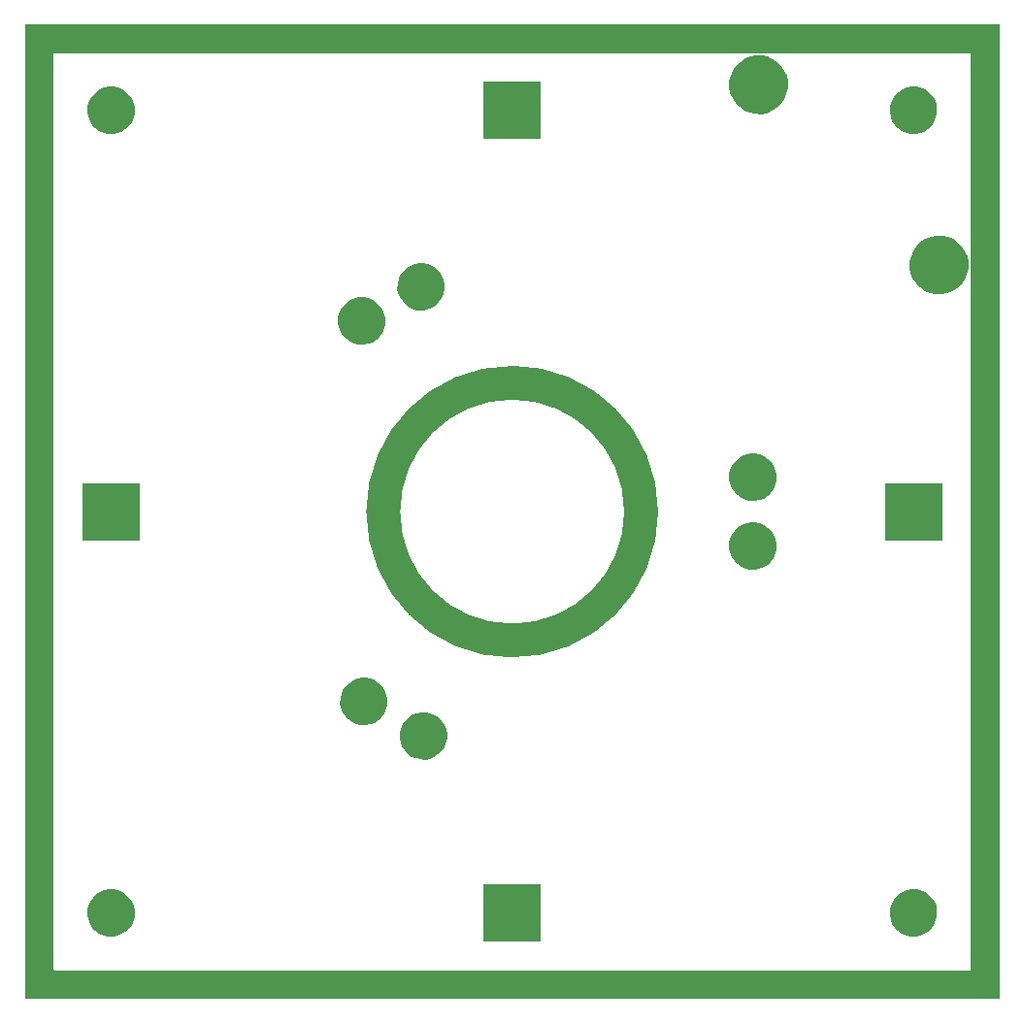
<source format=gbs>
G04 #@! TF.FileFunction,Soldermask,Bot*
%FSLAX46Y46*%
G04 Gerber Fmt 4.6, Leading zero omitted, Abs format (unit mm)*
G04 Created by KiCad (PCBNEW 4.0.2+dfsg1-stable) date fre  9 dec 2016 10:59:23*
%MOMM*%
G01*
G04 APERTURE LIST*
%ADD10C,0.100000*%
%ADD11C,3.000000*%
G04 APERTURE END LIST*
D10*
D11*
X111250000Y-100000000D02*
G75*
G03X111250000Y-100000000I-11250000J0D01*
G01*
D10*
G36*
X142500000Y-142500000D02*
X60040592Y-142500000D01*
X60023180Y-142502474D01*
X60006769Y-142509943D01*
X60000000Y-142514299D01*
X60000000Y-142515778D01*
X57500000Y-142515778D01*
X57500000Y-60062500D01*
X60000000Y-60062500D01*
X60000000Y-139937500D01*
X60002474Y-139954912D01*
X60009702Y-139970945D01*
X60021110Y-139984331D01*
X60035795Y-139994008D01*
X60052595Y-139999210D01*
X60062500Y-140000000D01*
X139937500Y-140000000D01*
X139954912Y-139997526D01*
X139970945Y-139990298D01*
X139984331Y-139978890D01*
X139994008Y-139964205D01*
X139999210Y-139947405D01*
X140000000Y-139937500D01*
X140000000Y-60062500D01*
X139997526Y-60045088D01*
X139990298Y-60029055D01*
X139978890Y-60015669D01*
X139964205Y-60005992D01*
X139947405Y-60000790D01*
X139937500Y-60000000D01*
X60062500Y-60000000D01*
X60045088Y-60002474D01*
X60029055Y-60009702D01*
X60015669Y-60021110D01*
X60005992Y-60035795D01*
X60000790Y-60052595D01*
X60000000Y-60062500D01*
X57500000Y-60062500D01*
X57500000Y-57500000D01*
X142500000Y-57500000D01*
X142500000Y-142500000D01*
X142500000Y-142500000D01*
G37*
G36*
X102500000Y-137500000D02*
X97500000Y-137500000D01*
X97500000Y-132500000D01*
X102500000Y-132500000D01*
X102500000Y-137500000D01*
X102500000Y-137500000D01*
G37*
G36*
X65216581Y-132939370D02*
X65612701Y-133020682D01*
X65985481Y-133177384D01*
X66320731Y-133403513D01*
X66605669Y-133690447D01*
X66829451Y-134027266D01*
X66983547Y-134401130D01*
X67062006Y-134797379D01*
X67062006Y-134797395D01*
X67062088Y-134797810D01*
X67055639Y-135259688D01*
X67055545Y-135260101D01*
X67055545Y-135260117D01*
X66966053Y-135654017D01*
X66801576Y-136023437D01*
X66568478Y-136353876D01*
X66275640Y-136632742D01*
X65934207Y-136849421D01*
X65557195Y-136995655D01*
X65158961Y-137065874D01*
X64754671Y-137057405D01*
X64359725Y-136970570D01*
X63989165Y-136808677D01*
X63657108Y-136577891D01*
X63376202Y-136287005D01*
X63157148Y-135947100D01*
X63008284Y-135571113D01*
X62935287Y-135173381D01*
X62940932Y-134769037D01*
X63025008Y-134373496D01*
X63184309Y-134001817D01*
X63412771Y-133668158D01*
X63701690Y-133385227D01*
X64040061Y-133163803D01*
X64414994Y-133012321D01*
X64812213Y-132936547D01*
X65216581Y-132939370D01*
X65216581Y-132939370D01*
G37*
G36*
X135216581Y-132939370D02*
X135612701Y-133020682D01*
X135985481Y-133177384D01*
X136320731Y-133403513D01*
X136605669Y-133690447D01*
X136829451Y-134027266D01*
X136983547Y-134401130D01*
X137062006Y-134797379D01*
X137062006Y-134797395D01*
X137062088Y-134797810D01*
X137055639Y-135259688D01*
X137055545Y-135260101D01*
X137055545Y-135260117D01*
X136966053Y-135654017D01*
X136801576Y-136023437D01*
X136568478Y-136353876D01*
X136275640Y-136632742D01*
X135934207Y-136849421D01*
X135557195Y-136995655D01*
X135158961Y-137065874D01*
X134754671Y-137057405D01*
X134359725Y-136970570D01*
X133989165Y-136808677D01*
X133657108Y-136577891D01*
X133376202Y-136287005D01*
X133157148Y-135947100D01*
X133008284Y-135571113D01*
X132935287Y-135173381D01*
X132940932Y-134769037D01*
X133025008Y-134373496D01*
X133184309Y-134001817D01*
X133412771Y-133668158D01*
X133701690Y-133385227D01*
X134040061Y-133163803D01*
X134414994Y-133012321D01*
X134812213Y-132936547D01*
X135216581Y-132939370D01*
X135216581Y-132939370D01*
G37*
G36*
X92474911Y-117501548D02*
X92871031Y-117582860D01*
X93243811Y-117739562D01*
X93579061Y-117965691D01*
X93863999Y-118252625D01*
X94087781Y-118589444D01*
X94241877Y-118963308D01*
X94320336Y-119359557D01*
X94320336Y-119359573D01*
X94320418Y-119359988D01*
X94313969Y-119821866D01*
X94313875Y-119822279D01*
X94313875Y-119822295D01*
X94224383Y-120216195D01*
X94059906Y-120585615D01*
X93826808Y-120916054D01*
X93533970Y-121194920D01*
X93192537Y-121411599D01*
X92815525Y-121557833D01*
X92417291Y-121628052D01*
X92013001Y-121619583D01*
X91618055Y-121532748D01*
X91247495Y-121370855D01*
X90915438Y-121140069D01*
X90634532Y-120849183D01*
X90415478Y-120509278D01*
X90266614Y-120133291D01*
X90193617Y-119735559D01*
X90199262Y-119331215D01*
X90283338Y-118935674D01*
X90442639Y-118563995D01*
X90671101Y-118230336D01*
X90960020Y-117947405D01*
X91298391Y-117725981D01*
X91673324Y-117574499D01*
X92070543Y-117498725D01*
X92474911Y-117501548D01*
X92474911Y-117501548D01*
G37*
G36*
X87278759Y-114501548D02*
X87674879Y-114582860D01*
X88047659Y-114739562D01*
X88382909Y-114965691D01*
X88667847Y-115252625D01*
X88891629Y-115589444D01*
X89045725Y-115963308D01*
X89124184Y-116359557D01*
X89124184Y-116359573D01*
X89124266Y-116359988D01*
X89117817Y-116821866D01*
X89117723Y-116822279D01*
X89117723Y-116822295D01*
X89028231Y-117216195D01*
X88863754Y-117585615D01*
X88630656Y-117916054D01*
X88337818Y-118194920D01*
X87996385Y-118411599D01*
X87619373Y-118557833D01*
X87221139Y-118628052D01*
X86816849Y-118619583D01*
X86421903Y-118532748D01*
X86051343Y-118370855D01*
X85719286Y-118140069D01*
X85438380Y-117849183D01*
X85219326Y-117509278D01*
X85070462Y-117133291D01*
X84997465Y-116735559D01*
X85003110Y-116331215D01*
X85087186Y-115935674D01*
X85246487Y-115563995D01*
X85474949Y-115230336D01*
X85763868Y-114947405D01*
X86102239Y-114725981D01*
X86477172Y-114574499D01*
X86874391Y-114498725D01*
X87278759Y-114501548D01*
X87278759Y-114501548D01*
G37*
G36*
X121216581Y-100939370D02*
X121612701Y-101020682D01*
X121985481Y-101177384D01*
X122320731Y-101403513D01*
X122605669Y-101690447D01*
X122829451Y-102027266D01*
X122983547Y-102401130D01*
X123062006Y-102797379D01*
X123062006Y-102797395D01*
X123062088Y-102797810D01*
X123055639Y-103259688D01*
X123055545Y-103260101D01*
X123055545Y-103260117D01*
X122966053Y-103654017D01*
X122801576Y-104023437D01*
X122568478Y-104353876D01*
X122275640Y-104632742D01*
X121934207Y-104849421D01*
X121557195Y-104995655D01*
X121158961Y-105065874D01*
X120754671Y-105057405D01*
X120359725Y-104970570D01*
X119989165Y-104808677D01*
X119657108Y-104577891D01*
X119376202Y-104287005D01*
X119157148Y-103947100D01*
X119008284Y-103571113D01*
X118935287Y-103173381D01*
X118940932Y-102769037D01*
X119025008Y-102373496D01*
X119184309Y-102001817D01*
X119412771Y-101668158D01*
X119701690Y-101385227D01*
X120040061Y-101163803D01*
X120414994Y-101012321D01*
X120812213Y-100936547D01*
X121216581Y-100939370D01*
X121216581Y-100939370D01*
G37*
G36*
X137500000Y-102500000D02*
X132500000Y-102500000D01*
X132500000Y-97500000D01*
X137500000Y-97500000D01*
X137500000Y-102500000D01*
X137500000Y-102500000D01*
G37*
G36*
X67500000Y-102500000D02*
X62500000Y-102500000D01*
X62500000Y-97500000D01*
X67500000Y-97500000D01*
X67500000Y-102500000D01*
X67500000Y-102500000D01*
G37*
G36*
X121216581Y-94939370D02*
X121612701Y-95020682D01*
X121985481Y-95177384D01*
X122320731Y-95403513D01*
X122605669Y-95690447D01*
X122829451Y-96027266D01*
X122983547Y-96401130D01*
X123062006Y-96797379D01*
X123062006Y-96797395D01*
X123062088Y-96797810D01*
X123055639Y-97259688D01*
X123055545Y-97260101D01*
X123055545Y-97260117D01*
X122966053Y-97654017D01*
X122801576Y-98023437D01*
X122568478Y-98353876D01*
X122275640Y-98632742D01*
X121934207Y-98849421D01*
X121557195Y-98995655D01*
X121158961Y-99065874D01*
X120754671Y-99057405D01*
X120359725Y-98970570D01*
X119989165Y-98808677D01*
X119657108Y-98577891D01*
X119376202Y-98287005D01*
X119157148Y-97947100D01*
X119008284Y-97571113D01*
X118935287Y-97173381D01*
X118940932Y-96769037D01*
X119025008Y-96373496D01*
X119184309Y-96001817D01*
X119412771Y-95668158D01*
X119701690Y-95385227D01*
X120040061Y-95163803D01*
X120414994Y-95012321D01*
X120812213Y-94936547D01*
X121216581Y-94939370D01*
X121216581Y-94939370D01*
G37*
G36*
X87074276Y-81310205D02*
X87470396Y-81391517D01*
X87843176Y-81548219D01*
X88178426Y-81774348D01*
X88463364Y-82061282D01*
X88687146Y-82398101D01*
X88841242Y-82771965D01*
X88919701Y-83168214D01*
X88919701Y-83168230D01*
X88919783Y-83168645D01*
X88913334Y-83630523D01*
X88913240Y-83630936D01*
X88913240Y-83630952D01*
X88823748Y-84024852D01*
X88659271Y-84394272D01*
X88426173Y-84724711D01*
X88133335Y-85003577D01*
X87791902Y-85220256D01*
X87414890Y-85366490D01*
X87016656Y-85436709D01*
X86612366Y-85428240D01*
X86217420Y-85341405D01*
X85846860Y-85179512D01*
X85514803Y-84948726D01*
X85233897Y-84657840D01*
X85014843Y-84317935D01*
X84865979Y-83941948D01*
X84792982Y-83544216D01*
X84798627Y-83139872D01*
X84882703Y-82744331D01*
X85042004Y-82372652D01*
X85270466Y-82038993D01*
X85559385Y-81756062D01*
X85897756Y-81534638D01*
X86272689Y-81383156D01*
X86669908Y-81307382D01*
X87074276Y-81310205D01*
X87074276Y-81310205D01*
G37*
G36*
X92270429Y-78310205D02*
X92666549Y-78391517D01*
X93039329Y-78548219D01*
X93374579Y-78774348D01*
X93659517Y-79061282D01*
X93883299Y-79398101D01*
X94037395Y-79771965D01*
X94115854Y-80168214D01*
X94115854Y-80168230D01*
X94115936Y-80168645D01*
X94109487Y-80630523D01*
X94109393Y-80630936D01*
X94109393Y-80630952D01*
X94019901Y-81024852D01*
X93855424Y-81394272D01*
X93622326Y-81724711D01*
X93329488Y-82003577D01*
X92988055Y-82220256D01*
X92611043Y-82366490D01*
X92212809Y-82436709D01*
X91808519Y-82428240D01*
X91413573Y-82341405D01*
X91043013Y-82179512D01*
X90710956Y-81948726D01*
X90430050Y-81657840D01*
X90210996Y-81317935D01*
X90062132Y-80941948D01*
X89989135Y-80544216D01*
X89994780Y-80139872D01*
X90078856Y-79744331D01*
X90238157Y-79372652D01*
X90466619Y-79038993D01*
X90755538Y-78756062D01*
X91093909Y-78534638D01*
X91468842Y-78383156D01*
X91866061Y-78307382D01*
X92270429Y-78310205D01*
X92270429Y-78310205D01*
G37*
G36*
X137508190Y-75939703D02*
X138000362Y-76040731D01*
X138463536Y-76235432D01*
X138880077Y-76516392D01*
X139234108Y-76872903D01*
X139512153Y-77291395D01*
X139703614Y-77755915D01*
X139801119Y-78248351D01*
X139801119Y-78248368D01*
X139801201Y-78248783D01*
X139793188Y-78822657D01*
X139793094Y-78823070D01*
X139793094Y-78823087D01*
X139681878Y-79312606D01*
X139477519Y-79771603D01*
X139187899Y-80182166D01*
X138824052Y-80528653D01*
X138399829Y-80797873D01*
X137931397Y-80979566D01*
X137436598Y-81066813D01*
X136934274Y-81056290D01*
X136443561Y-80948399D01*
X135983147Y-80747249D01*
X135570572Y-80460502D01*
X135221551Y-80099081D01*
X134949380Y-79676754D01*
X134764420Y-79209599D01*
X134673722Y-78715422D01*
X134680736Y-78213033D01*
X134785199Y-77721579D01*
X134983128Y-77259775D01*
X135266987Y-76845209D01*
X135625964Y-76493673D01*
X136046384Y-76218558D01*
X136512232Y-76030343D01*
X137005770Y-75936196D01*
X137508190Y-75939703D01*
X137508190Y-75939703D01*
G37*
G36*
X102500000Y-67500000D02*
X97500000Y-67500000D01*
X97500000Y-62500000D01*
X102500000Y-62500000D01*
X102500000Y-67500000D01*
X102500000Y-67500000D01*
G37*
G36*
X135216581Y-62939370D02*
X135612701Y-63020682D01*
X135985481Y-63177384D01*
X136320731Y-63403513D01*
X136605669Y-63690447D01*
X136829451Y-64027266D01*
X136983547Y-64401130D01*
X137062006Y-64797379D01*
X137062006Y-64797395D01*
X137062088Y-64797810D01*
X137055639Y-65259688D01*
X137055545Y-65260101D01*
X137055545Y-65260117D01*
X136966053Y-65654017D01*
X136801576Y-66023437D01*
X136568478Y-66353876D01*
X136275640Y-66632742D01*
X135934207Y-66849421D01*
X135557195Y-66995655D01*
X135158961Y-67065874D01*
X134754671Y-67057405D01*
X134359725Y-66970570D01*
X133989165Y-66808677D01*
X133657108Y-66577891D01*
X133376202Y-66287005D01*
X133157148Y-65947100D01*
X133008284Y-65571113D01*
X132935287Y-65173381D01*
X132940932Y-64769037D01*
X133025008Y-64373496D01*
X133184309Y-64001817D01*
X133412771Y-63668158D01*
X133701690Y-63385227D01*
X134040061Y-63163803D01*
X134414994Y-63012321D01*
X134812213Y-62936547D01*
X135216581Y-62939370D01*
X135216581Y-62939370D01*
G37*
G36*
X65216581Y-62939370D02*
X65612701Y-63020682D01*
X65985481Y-63177384D01*
X66320731Y-63403513D01*
X66605669Y-63690447D01*
X66829451Y-64027266D01*
X66983547Y-64401130D01*
X67062006Y-64797379D01*
X67062006Y-64797395D01*
X67062088Y-64797810D01*
X67055639Y-65259688D01*
X67055545Y-65260101D01*
X67055545Y-65260117D01*
X66966053Y-65654017D01*
X66801576Y-66023437D01*
X66568478Y-66353876D01*
X66275640Y-66632742D01*
X65934207Y-66849421D01*
X65557195Y-66995655D01*
X65158961Y-67065874D01*
X64754671Y-67057405D01*
X64359725Y-66970570D01*
X63989165Y-66808677D01*
X63657108Y-66577891D01*
X63376202Y-66287005D01*
X63157148Y-65947100D01*
X63008284Y-65571113D01*
X62935287Y-65173381D01*
X62940932Y-64769037D01*
X63025008Y-64373496D01*
X63184309Y-64001817D01*
X63412771Y-63668158D01*
X63701690Y-63385227D01*
X64040061Y-63163803D01*
X64414994Y-63012321D01*
X64812213Y-62936547D01*
X65216581Y-62939370D01*
X65216581Y-62939370D01*
G37*
G36*
X121769098Y-60200611D02*
X122261270Y-60301639D01*
X122724444Y-60496340D01*
X123140985Y-60777300D01*
X123495016Y-61133811D01*
X123773061Y-61552303D01*
X123964522Y-62016823D01*
X124062027Y-62509259D01*
X124062027Y-62509276D01*
X124062109Y-62509691D01*
X124054096Y-63083565D01*
X124054002Y-63083978D01*
X124054002Y-63083995D01*
X123942786Y-63573514D01*
X123738427Y-64032511D01*
X123448807Y-64443074D01*
X123084960Y-64789561D01*
X122660737Y-65058781D01*
X122192305Y-65240474D01*
X121697506Y-65327721D01*
X121195182Y-65317198D01*
X120704469Y-65209307D01*
X120244055Y-65008157D01*
X119831480Y-64721410D01*
X119482459Y-64359989D01*
X119210288Y-63937662D01*
X119025328Y-63470507D01*
X118934630Y-62976330D01*
X118941644Y-62473941D01*
X119046107Y-61982487D01*
X119244036Y-61520683D01*
X119527895Y-61106117D01*
X119886872Y-60754581D01*
X120307292Y-60479466D01*
X120773140Y-60291251D01*
X121266678Y-60197104D01*
X121769098Y-60200611D01*
X121769098Y-60200611D01*
G37*
M02*

</source>
